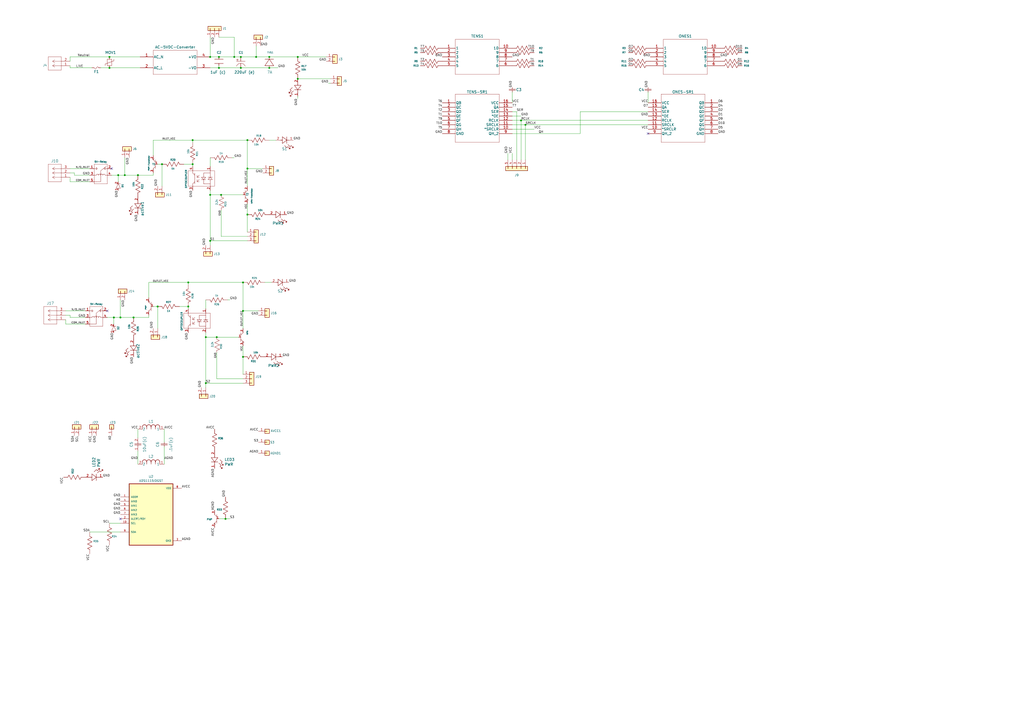
<source format=kicad_sch>
(kicad_sch (version 20231120) (generator "eeschema") (generator_version "8.0")
  (paper "A2")
  (lib_symbols
    (symbol "Connector_Generic:Conn_01x01" (pin_names (offset 1.016) hide)
      (property "Reference" "J" (at 0 2.54 0))
      (property "Value" "Conn_01x01" (at 0 -2.54 0))
      (symbol "Conn_01x01_1_1"
        (pin passive line (at -5.08 0 0) (length 3.81) (name "Pin_1") (number "1"))
      )
    )
    (symbol "Connector_Generic:Conn_01x02" (pin_names (offset 1.016) hide)
      (property "Reference" "J" (at 0 2.54 0))
      (property "Value" "Conn_01x02" (at 0 -5.08 0))
      (symbol "Conn_01x02_1_1"
        (pin passive line (at -5.08 0 0) (length 3.81) (name "Pin_1") (number "1"))
        (pin passive line (at -5.08 -2.54 0) (length 3.81) (name "Pin_2") (number "2"))
      )
    )
    (symbol "Connector_Generic:Conn_01x03" (pin_names (offset 1.016) hide)
      (property "Reference" "J" (at 0 5.08 0))
      (property "Value" "Conn_01x03" (at 0 -5.08 0))
      (symbol "Conn_01x03_1_1"
        (pin passive line (at -5.08 2.54 0) (length 3.81) (name "Pin_1") (number "1"))
        (pin passive line (at -5.08 0 0) (length 3.81) (name "Pin_2") (number "2"))
        (pin passive line (at -5.08 -2.54 0) (length 3.81) (name "Pin_3") (number "3"))
      )
    )
    (symbol "pPSI:.1uF-Ceramic-Capacitor" (pin_numbers hide) (pin_names (offset 1.651) hide)
      (property "Reference" "C" (at 3.81 3.81 0))
      (property "Value" ".1uF-Ceramic-Capacitor" (at 3.048 -3.429 0))
      (symbol ".1uF-Ceramic-Capacitor_1_1"
        (pin unspecified line (at 2.54 0 0) (length 0) (name "1") (number "1"))
        (pin unspecified line (at 5.08 0 180) (length 0) (name "2") (number "2"))
      )
    )
    (symbol "pPSI:100ohm-Resistor" (pin_numbers hide) (pin_names (offset -2.54) hide)
      (property "Reference" "R" (at 5.588 3.302 0))
      (property "Value" "100ohm-Resistor" (at 6.35 -2.54 0))
      (symbol "100ohm-Resistor_1_1"
        (pin unspecified line (at 0 0 0) (length 2.54) (name "1") (number "1"))
        (pin unspecified line (at 12.7 0 180) (length 2.54) (name "2") (number "2"))
      )
    )
    (symbol "pPSI:10kohm-Resistor" (pin_numbers hide) (pin_names (offset -2.54) hide)
      (property "Reference" "R" (at 5.588 3.81 0))
      (property "Value" "10kohm-Resistor" (at 6.731 -2.54 0))
      (symbol "10kohm-Resistor_1_1"
        (pin unspecified line (at 0 0 0) (length 2.54) (name "1") (number "1"))
        (pin unspecified line (at 12.7 0 180) (length 2.54) (name "2") (number "2"))
      )
    )
    (symbol "pPSI:10uF-Ceramic-Capacitor" (pin_names (offset 0.254))
      (property "Reference" "C" (at 3.81 3.81 0))
      (property "Value" "10uF-Ceramic-Capacitor" (at 3.81 -3.81 0))
      (symbol "10uF-Ceramic-Capacitor_1_1"
        (pin unspecified line (at 0 0 0) (length 2.54) (name "") (number "1"))
        (pin unspecified line (at 7.62 0 180) (length 2.54) (name "") (number "2"))
      )
      (symbol "10uF-Ceramic-Capacitor_1_2"
        (pin unspecified line (at 0 0 270) (length 2.54) (name "") (number "1"))
        (pin unspecified line (at 0 -7.62 90) (length 2.54) (name "") (number "2"))
      )
    )
    (symbol "pPSI:1935174" (pin_names (offset 0.254))
      (property "Reference" "J2" (at 13.3985 -1.1236 0))
      (symbol "1935174_1_1"
        (pin unspecified line (at 0 0 0) (length 5.08) (name "") (number "1"))
        (pin unspecified line (at 0 -2.54 0) (length 5.08) (name "") (number "2"))
        (pin unspecified line (at 0 -5.08 0) (length 5.08) (name "") (number "3"))
      )
      (symbol "1935174_1_2"
        (pin unspecified line (at 0 0 0) (length 5.08) (name "1") (number "1"))
        (pin unspecified line (at 0 -2.54 0) (length 5.08) (name "2") (number "2"))
        (pin unspecified line (at 0 -5.08 0) (length 5.08) (name "3") (number "3"))
      )
    )
    (symbol "pPSI:1kohm-Resistor" (pin_numbers hide) (pin_names (offset -2.54) hide)
      (property "Reference" "R" (at 5.715 3.429 0))
      (property "Value" "1kohm-Resistor" (at 6.223 -2.794 0))
      (symbol "1kohm-Resistor_1_1"
        (pin unspecified line (at 0 0 0) (length 2.54) (name "1") (number "1"))
        (pin unspecified line (at 12.7 0 180) (length 2.54) (name "2") (number "2"))
      )
    )
    (symbol "pPSI:1uF-Ceramic-Capacitor" (pin_numbers hide) (pin_names (offset 1.651) hide)
      (property "Reference" "C" (at 4.81 1.27 0))
      (property "Value" "1uF-Ceramic-Capacitor" (at 7.112 -7.62 0))
      (symbol "1uF-Ceramic-Capacitor_1_1"
        (pin unspecified line (at 2.54 -2.54 0) (length 1.27) (name "") (number "1"))
        (pin unspecified line (at 7.62 -2.54 180) (length 1.27) (name "") (number "2"))
      )
    )
    (symbol "pPSI:2-pin-header" (pin_names (offset 1.016) hide)
      (property "Reference" "J" (at 0 2.54 0))
      (property "Value" "2-pin-header" (at 0 -5.08 0))
      (symbol "2-pin-header_1_1"
        (pin passive line (at -5.08 0 0) (length 3.81) (name "Pin_1") (number "1"))
        (pin passive line (at -5.08 -2.54 0) (length 3.81) (name "Pin_2") (number "2"))
      )
    )
    (symbol "pPSI:2-pin-terminal-block" (pin_names (offset 0.254))
      (property "Reference" "J" (at 8.89 3.81 0))
      (property "Value" "terminal block" (at 8.89 -7.62 0))
      (symbol "2-pin-terminal-block_1_1"
        (pin unspecified line (at 0 0 0) (length 5.08) (name "") (number "1"))
        (pin unspecified line (at 0 -2.54 0) (length 5.08) (name "") (number "2"))
      )
      (symbol "2-pin-terminal-block_1_2"
        (pin unspecified line (at 0 0 0) (length 5.08) (name "1") (number "1"))
        (pin unspecified line (at 0 -2.54 0) (length 5.08) (name "2") (number "2"))
      )
    )
    (symbol "pPSI:2.2kohm-Resistor" (pin_numbers hide) (pin_names (offset -2.54) hide)
      (property "Reference" "R" (at 2.032 -7.112 90))
      (property "Value" "2.2kohm-Resistor" (at 8.001 -5.334 90))
      (symbol "2.2kohm-Resistor_1_1"
        (pin unspecified line (at 5.08 -7.62 90) (length 1.27) (name "1") (number "1"))
        (pin unspecified line (at 5.08 1.27 270) (length 1.27) (name "2") (number "2"))
      )
    )
    (symbol "pPSI:220uF-Electrolytic-Capacitor" (pin_numbers hide) (pin_names (offset 1.651) hide)
      (property "Reference" "C" (at 13.97 -3.81 90))
      (property "Value" "220uF-Electrolytic-Capacitor" (at 3.8888 -5.6454 90))
      (symbol "220uF-Electrolytic-Capacitor_1_1"
        (pin unspecified line (at 8.89 0 270) (length 2.54) (name "") (number "1"))
        (pin unspecified line (at 8.89 -6.35 90) (length 2.54) (name "") (number "2"))
      )
    )
    (symbol "pPSI:470V-Varistor" (pin_numbers hide) (pin_names hide)
      (property "Reference" "MOV" (at -2.413 -3.556 90))
      (property "Value" "470V-Varistor" (at 7.62 -2.54 90))
      (symbol "470V-Varistor_1_1"
        (pin unspecified line (at 2.54 -6.35 90) (length 1.27) (name "1") (number "1"))
        (pin unspecified line (at 2.54 0 270) (length 1.27) (name "2") (number "2"))
      )
    )
    (symbol "pPSI:5-pin-header" (pin_names (offset 1.016) hide)
      (property "Reference" "J1" (at 2.032 1.2121 0))
      (property "Value" "5-pin-header" (at 2.032 -1.2121 0))
      (symbol "5-pin-header_1_1"
        (pin passive line (at -5.08 5.08 0) (length 3.81) (name "Pin_1") (number "1"))
        (pin passive line (at -5.08 2.54 0) (length 3.81) (name "Pin_2") (number "2"))
        (pin passive line (at -5.08 0 0) (length 3.81) (name "Pin_3") (number "3"))
        (pin passive line (at -5.08 -2.54 0) (length 3.81) (name "Pin_4") (number "4"))
        (pin passive line (at -5.08 -5.08 0) (length 3.81) (name "Pin_5") (number "5"))
      )
    )
    (symbol "pPSI:5V-Relay" (pin_names (offset 0.254))
      (property "Value" "5V-Relay" (at 11.43 -10.16 0))
      (symbol "5V-Relay_1_1"
        (pin unspecified line (at 5.08 0 0) (length 2.54) (name "~") (number "1"))
        (pin unspecified line (at 17.78 0 180) (length 2.54) (name "~") (number "2"))
        (pin unspecified line (at 5.08 -3.81 0) (length 2.54) (name "") (number "3"))
        (pin unspecified line (at 17.78 -3.81 180) (length 2.54) (name "~") (number "4"))
        (pin unspecified line (at 5.08 -7.62 0) (length 2.54) (name "~") (number "5"))
      )
    )
    (symbol "pPSI:7-Segment-Display" (pin_names (offset 0.254))
      (property "Value" "7-Segment-Display" (at 20.32 6.35 0))
      (symbol "7-Segment-Display_1_1"
        (pin unspecified line (at 0 0 0) (length 7.62) (name "1") (number "1"))
        (pin unspecified line (at 40.64 0 180) (length 7.62) (name "10") (number "10"))
        (pin unspecified line (at 0 -2.54 0) (length 7.62) (name "2") (number "2"))
        (pin unspecified line (at 0 -5.08 0) (length 7.62) (name "3") (number "3"))
        (pin unspecified line (at 0 -7.62 0) (length 7.62) (name "4") (number "4"))
        (pin unspecified line (at 0 -10.16 0) (length 7.62) (name "5") (number "5"))
        (pin unspecified line (at 40.64 -10.16 180) (length 7.62) (name "6") (number "6"))
        (pin unspecified line (at 40.64 -7.62 180) (length 7.62) (name "7") (number "7"))
        (pin unspecified line (at 40.64 -5.08 180) (length 7.62) (name "8") (number "8"))
        (pin unspecified line (at 40.64 -2.54 180) (length 7.62) (name "9") (number "9"))
      )
    )
    (symbol "pPSI:7A-TVS-DIODE" (pin_numbers hide) (pin_names (offset -1.651) hide)
      (property "Reference" "TVS" (at 0 -2.794 90))
      (property "Value" "7A-TVS-DIODE" (at 7.493 -2.921 90))
      (symbol "7A-TVS-DIODE_1_1"
        (pin unspecified line (at 3.81 0 270) (length 1.27) (name "") (number "1"))
        (pin unspecified line (at 3.81 -6.35 90) (length 1.27) (name "") (number "2"))
      )
    )
    (symbol "pPSI:8bit-Shift-Register" (pin_names (offset 0.254))
      (property "Value" "8bit-Shift-Register" (at 20.32 6.35 0))
      (symbol "8bit-Shift-Register_1_1"
        (pin output line (at 0 0 0) (length 7.62) (name "QB") (number "1"))
        (pin input line (at 40.64 -15.24 180) (length 7.62) (name "*SRCLR") (number "10"))
        (pin input line (at 40.64 -12.7 180) (length 7.62) (name "SRCLK") (number "11"))
        (pin input line (at 40.64 -10.16 180) (length 7.62) (name "RCLK") (number "12"))
        (pin input line (at 40.64 -7.62 180) (length 7.62) (name "*OE") (number "13"))
        (pin input line (at 40.64 -5.08 180) (length 7.62) (name "SER") (number "14"))
        (pin output line (at 40.64 -2.54 180) (length 7.62) (name "QA") (number "15"))
        (pin power_in line (at 40.64 0 180) (length 7.62) (name "VCC") (number "16"))
        (pin output line (at 0 -2.54 0) (length 7.62) (name "QC") (number "2"))
        (pin output line (at 0 -5.08 0) (length 7.62) (name "QD") (number "3"))
        (pin output line (at 0 -7.62 0) (length 7.62) (name "QE") (number "4"))
        (pin output line (at 0 -10.16 0) (length 7.62) (name "QF") (number "5"))
        (pin output line (at 0 -12.7 0) (length 7.62) (name "QG") (number "6"))
        (pin output line (at 0 -15.24 0) (length 7.62) (name "QH") (number "7"))
        (pin power_in line (at 0 -17.78 0) (length 7.62) (name "GND") (number "8"))
        (pin output line (at 40.64 -17.78 180) (length 7.62) (name "QH_2") (number "9"))
      )
    )
    (symbol "pPSI:AC-5VDC-Converter" (pin_names (offset 0.254))
      (property "Value" "AC-5VDC-Converter" (at 20.32 6.9409 0))
      (symbol "AC-5VDC-Converter_1_1"
        (pin unspecified line (at 0 1.27 0) (length 7.62) (name "AC_N") (number "1"))
        (pin unspecified line (at 0 -5.08 0) (length 7.62) (name "AC_L") (number "2"))
        (pin power_in line (at 40.64 -5.08 180) (length 7.62) (name "-VO") (number "3"))
        (pin power_in line (at 40.64 1.27 180) (length 7.62) (name "+VO") (number "4"))
      )
    )
    (symbol "pPSI:ADS1115IDGST" (pin_names (offset 1.016))
      (property "Reference" "U" (at -12.7 18.78 0))
      (property "Value" "ADS1115IDGST" (at -12.7 -21.78 0))
      (symbol "ADS1115IDGST_0_0"
        (pin input line (at -17.78 10.16 0) (length 5.08) (name "ADDR") (number "1"))
        (pin input line (at -17.78 -5.08 0) (length 5.08) (name "SCL") (number "10"))
        (pin input line (at -17.78 -2.54 0) (length 5.08) (name "ALERT/RDY") (number "2"))
        (pin power_in line (at 17.78 -15.24 180) (length 5.08) (name "GND") (number "3"))
        (pin input line (at -17.78 7.62 0) (length 5.08) (name "AIN0") (number "4"))
        (pin input line (at -17.78 5.08 0) (length 5.08) (name "AIN1") (number "5"))
        (pin input line (at -17.78 2.54 0) (length 5.08) (name "AIN2") (number "6"))
        (pin input line (at -17.78 0 0) (length 5.08) (name "AIN3") (number "7"))
        (pin power_in line (at 17.78 15.24 180) (length 5.08) (name "VDD") (number "8"))
        (pin bidirectional line (at -17.78 -10.16 0) (length 5.08) (name "SDA") (number "9"))
      )
    )
    (symbol "pPSI:FUSE" (pin_numbers hide) (pin_names hide)
      (property "Reference" "F" (at 0.635 -4.04 90))
      (property "Value" "FUSE" (at 6.35 -2.54 90))
      (symbol "FUSE_1_1"
        (pin unspecified line (at 3.81 -5.08 90) (length 1.27) (name "1") (number "1"))
        (pin unspecified line (at 3.81 0 270) (length 1.27) (name "2") (number "2"))
      )
    )
    (symbol "pPSI:Ferrite-Bead" (pin_names (offset 0.254))
      (property "Reference" "L1" (at 7.62 7.2917 0))
      (property "Value" "Ferrite-Bead" (at 7.62 4.4589 0))
      (symbol "Ferrite-Bead_1_1"
        (pin unspecified line (at 15.24 0 180) (length 2.54) (name "1") (number "1"))
        (pin unspecified line (at 0 0 0) (length 2.54) (name "2") (number "2"))
      )
      (symbol "Ferrite-Bead_1_2"
        (pin unspecified line (at 0 15.24 270) (length 2.54) (name "1") (number "1"))
        (pin unspecified line (at 0 0 90) (length 2.54) (name "2") (number "2"))
      )
    )
    (symbol "pPSI:NPN-Transistor" (pin_names (offset 1.016))
      (property "Reference" "T" (at 5.08 -22.86 0))
      (property "Value" "NPN-Transistor" (at 6.477 -31.75 0))
      (symbol "NPN-Transistor_1_1"
        (pin input line (at 2.54 -22.86 0) (length 1.27) (name "") (number "1"))
        (pin output line (at 5.08 -27.94 90) (length 2.54) (name "") (number "2"))
        (pin output line (at 5.08 -17.78 270) (length 2.54) (name "") (number "3"))
      )
    )
    (symbol "pPSI:OPTOCOUPLER" (pin_names (offset 0))
      (property "Reference" "Q" (at 24.13 3.81 0))
      (property "Value" "OPTOCOUPLER" (at 24.13 -12.7 0))
      (symbol "OPTOCOUPLER_1_1"
        (pin unspecified line (at 19.05 3.81 270) (length 2.54) (name "~") (number "1"))
        (pin unspecified line (at 19.05 -10.16 90) (length 2.54) (name "~") (number "2"))
        (pin unspecified line (at 29.21 -10.16 90) (length 2.54) (name "") (number "3"))
        (pin unspecified line (at 29.21 3.81 270) (length 2.54) (name "") (number "4"))
      )
    )
    (symbol "pPSI:PNP-Transistor" (pin_names (offset 1.016))
      (property "Reference" "T" (at 26.67 -2.54 0))
      (property "Value" "PNP-Transistor" (at 26.67 -12.7 0))
      (symbol "PNP-Transistor_1_1"
        (pin input line (at 24.13 -2.54 0) (length 1.27) (name "") (number "1"))
        (pin output line (at 26.67 2.54 270) (length 2.54) (name "") (number "2"))
        (pin output line (at 26.67 -7.62 90) (length 2.54) (name "") (number "3"))
      )
    )
    (symbol "pPSI:Small-Signal-Diode" (pin_names (offset 0.254))
      (property "Reference" "D" (at 16.51 15.24 0))
      (property "Value" "Small-Signal-Diode" (at 16.51 7.62 0))
      (symbol "Small-Signal-Diode_1_1"
        (pin unspecified line (at 13.97 12.7 0) (length 1.27) (name "~") (number "1"))
        (pin unspecified line (at 19.05 12.7 180) (length 1.27) (name "~") (number "2"))
      )
    )
    (symbol "pPSI:green led" (pin_names (offset 0.254))
      (property "Reference" "LED" (at 5.08 -4.445 0))
      (property "Value" "green led" (at 5.08 -7.62 0))
      (symbol "green led_0_1"
        (pin unspecified line (at 10.16 0 180) (length 2.54) (name "") (number "1"))
        (pin unspecified line (at 0 0 0) (length 2.54) (name "") (number "2"))
      )
    )
    (symbol "pPSI:red led" (pin_names (offset 0.254))
      (property "Reference" "LED" (at 5.08 -4.445 0))
      (property "Value" "red led" (at 5.08 -7.62 0))
      (symbol "red led_0_1"
        (pin unspecified line (at 10.16 0 180) (length 2.54) (name "") (number "1"))
        (pin unspecified line (at 0 0 0) (length 2.54) (name "") (number "2"))
      )
    )
  )
  (junction (at 140.97 163.83))
  (junction (at 63.5 33.02))
  (junction (at 156.21 39.37))
  (junction (at 121.92 33.02))
  (junction (at 127 33.02))
  (junction (at 111.76 81.28))
  (junction (at 121.92 113.03))
  (junction (at 125.73 195.58))
  (junction (at 304.8 72.39))
  (junction (at 111.76 95.25))
  (junction (at 143.51 81.28))
  (junction (at 140.97 180.34))
  (junction (at 140.97 207.01))
  (junction (at 109.22 177.8))
  (junction (at 139.7 39.37))
  (junction (at 119.38 195.58))
  (junction (at 135.89 33.02))
  (junction (at 72.39 101.6))
  (junction (at 69.85 184.15))
  (junction (at 77.47 184.15))
  (junction (at 119.38 222.25))
  (junction (at 148.59 33.02))
  (junction (at 68.58 101.6))
  (junction (at 66.04 184.15))
  (junction (at 139.7 33.02))
  (junction (at 143.51 124.46))
  (junction (at 156.21 33.02))
  (junction (at 63.5 39.37))
  (junction (at 109.22 163.83))
  (junction (at 143.51 97.79))
  (junction (at 91.44 177.8))
  (junction (at 302.26 69.85))
  (junction (at 172.72 45.72))
  (junction (at 80.01 101.6))
  (junction (at 127 39.37))
  (junction (at 93.98 95.25))
  (junction (at 172.72 33.02))
  (junction (at 121.92 139.7))
  (junction (at 128.27 113.03))
  (junction (at 130.81 300.99))
  (no_connect (at 64.77 97.79))
  (no_connect (at 69.85 300.99))
  (no_connect (at 62.23 180.34))
  (no_connect (at 375.92 77.47))
  (wire (pts (xy 299.72 64.77) (xy 297.18 64.77)))
  (wire (pts (xy 143.51 118.11) (xy 143.51 124.46)))
  (wire (pts (xy 121.92 91.44) (xy 121.92 96.52)))
  (wire (pts (xy 95.25 248.92) (xy 95.25 256.54)))
  (wire (pts (xy 297.18 67.31) (xy 302.26 67.31)))
  (wire (pts (xy 69.85 184.15) (xy 66.04 184.15)))
  (wire (pts (xy 121.92 33.02) (xy 127 33.02)))
  (wire (pts (xy 156.21 33.02) (xy 172.72 33.02)))
  (wire (pts (xy 40.64 39.37) (xy 40.64 38.1)))
  (wire (pts (xy 148.59 33.02) (xy 156.21 33.02)))
  (wire (pts (xy 143.51 81.28) (xy 143.51 97.79)))
  (wire (pts (xy 64.77 101.6) (xy 68.58 101.6)))
  (wire (pts (xy 140.97 207.01) (xy 140.97 217.17)))
  (wire (pts (xy 130.81 300.99) (xy 127 300.99)))
  (wire (pts (xy 111.76 95.25) (xy 111.76 96.52)))
  (wire (pts (xy 38.1 185.42) (xy 38.1 187.96)))
  (wire (pts (xy 111.76 81.28) (xy 143.51 81.28)))
  (wire (pts (xy 88.9 81.28) (xy 111.76 81.28)))
  (wire (pts (xy 121.92 113.03) (xy 121.92 139.7)))
  (wire (pts (xy 93.98 95.25) (xy 93.98 107.95)))
  (wire (pts (xy 140.97 200.66) (xy 140.97 207.01)))
  (wire (pts (xy 152.4 97.79) (xy 143.51 97.79)))
  (wire (pts (xy 63.5 33.02) (xy 81.28 33.02)))
  (wire (pts (xy 104.14 177.8) (xy 109.22 177.8)))
  (wire (pts (xy 121.92 39.37) (xy 127 39.37)))
  (wire (pts (xy 38.1 180.34) (xy 49.53 180.34)))
  (wire (pts (xy 125.73 219.71) (xy 125.73 204.47)))
  (wire (pts (xy 297.18 69.85) (xy 302.26 69.85)))
  (wire (pts (xy 127 21.59) (xy 135.89 21.59)))
  (wire (pts (xy 38.1 187.96) (xy 49.53 187.96)))
  (wire (pts (xy 304.8 72.39) (xy 375.92 72.39)))
  (wire (pts (xy 58.42 39.37) (xy 63.5 39.37)))
  (wire (pts (xy 43.18 100.33) (xy 40.64 100.33)))
  (wire (pts (xy 148.59 26.67) (xy 148.59 33.02)))
  (wire (pts (xy 125.73 195.58) (xy 119.38 195.58)))
  (wire (pts (xy 111.76 82.55) (xy 111.76 81.28)))
  (wire (pts (xy 135.89 21.59) (xy 135.89 33.02)))
  (wire (pts (xy 140.97 113.03) (xy 128.27 113.03)))
  (wire (pts (xy 77.47 184.15) (xy 86.36 184.15)))
  (wire (pts (xy 80.01 248.92) (xy 80.01 254)))
  (wire (pts (xy 119.38 222.25) (xy 119.38 224.79)))
  (wire (pts (xy 40.64 33.02) (xy 63.5 33.02)))
  (wire (pts (xy 40.64 182.88) (xy 38.1 182.88)))
  (wire (pts (xy 133.35 300.99) (xy 130.81 300.99)))
  (wire (pts (xy 40.64 102.87) (xy 40.64 105.41)))
  (wire (pts (xy 91.44 177.8) (xy 91.44 190.5)))
  (wire (pts (xy 121.92 139.7) (xy 121.92 142.24)))
  (wire (pts (xy 88.9 81.28) (xy 88.9 90.17)))
  (wire (pts (xy 119.38 195.58) (xy 119.38 222.25)))
  (wire (pts (xy 40.64 184.15) (xy 49.53 184.15)))
  (wire (pts (xy 69.85 308.61) (xy 52.07 308.61)))
  (wire (pts (xy 139.7 33.02) (xy 148.59 33.02)))
  (wire (pts (xy 127 33.02) (xy 135.89 33.02)))
  (wire (pts (xy 43.18 101.6) (xy 52.07 101.6)))
  (wire (pts (xy 133.35 173.99) (xy 132.08 173.99)))
  (wire (pts (xy 299.72 64.77) (xy 299.72 92.71)))
  (wire (pts (xy 109.22 163.83) (xy 140.97 163.83)))
  (wire (pts (xy 297.18 72.39) (xy 304.8 72.39)))
  (wire (pts (xy 72.39 101.6) (xy 80.01 101.6)))
  (wire (pts (xy 140.97 180.34) (xy 140.97 190.5)))
  (wire (pts (xy 125.73 219.71) (xy 140.97 219.71)))
  (wire (pts (xy 121.92 139.7) (xy 143.51 139.7)))
  (wire (pts (xy 127 39.37) (xy 139.7 39.37)))
  (wire (pts (xy 109.22 177.8) (xy 109.22 179.07)))
  (wire (pts (xy 191.77 48.26) (xy 190.5 48.26)))
  (wire (pts (xy 149.86 180.34) (xy 140.97 180.34)))
  (wire (pts (xy 128.27 137.16) (xy 128.27 121.92)))
  (wire (pts (xy 40.64 35.56) (xy 40.64 33.02)))
  (wire (pts (xy 153.67 163.83) (xy 157.48 163.83)))
  (wire (pts (xy 40.64 105.41) (xy 52.07 105.41)))
  (wire (pts (xy 43.18 101.6) (xy 43.18 100.33)))
  (wire (pts (xy 80.01 261.62) (xy 80.01 269.24)))
  (wire (pts (xy 88.9 177.8) (xy 91.44 177.8)))
  (wire (pts (xy 119.38 222.25) (xy 140.97 222.25)))
  (wire (pts (xy 128.27 137.16) (xy 143.51 137.16)))
  (wire (pts (xy 302.26 69.85) (xy 302.26 92.71)))
  (wire (pts (xy 91.44 95.25) (xy 93.98 95.25)))
  (wire (pts (xy 62.23 184.15) (xy 66.04 184.15)))
  (wire (pts (xy 86.36 163.83) (xy 109.22 163.83)))
  (wire (pts (xy 40.64 184.15) (xy 40.64 182.88)))
  (wire (pts (xy 138.43 195.58) (xy 125.73 195.58)))
  (wire (pts (xy 294.64 88.9) (xy 294.64 92.71)))
  (wire (pts (xy 80.01 101.6) (xy 88.9 101.6)))
  (wire (pts (xy 40.64 97.79) (xy 52.07 97.79)))
  (wire (pts (xy 119.38 173.99) (xy 119.38 179.07)))
  (wire (pts (xy 139.7 39.37) (xy 156.21 39.37)))
  (wire (pts (xy 297.18 74.93) (xy 309.88 74.93)))
  (wire (pts (xy 191.77 45.72) (xy 172.72 45.72)))
  (wire (pts (xy 156.21 39.37) (xy 161.29 39.37)))
  (wire (pts (xy 172.72 33.02) (xy 189.23 33.02)))
  (wire (pts (xy 143.51 124.46) (xy 143.51 134.62)))
  (wire (pts (xy 63.5 39.37) (xy 81.28 39.37)))
  (wire (pts (xy 68.58 101.6) (xy 68.58 105.41)))
  (wire (pts (xy 172.72 57.15) (xy 172.72 55.88)))
  (wire (pts (xy 127 38.1) (xy 127 39.37)))
  (wire (pts (xy 40.64 39.37) (xy 53.34 39.37)))
  (wire (pts (xy 86.36 163.83) (xy 86.36 172.72)))
  (wire (pts (xy 135.89 33.02) (xy 139.7 33.02)))
  (wire (pts (xy 121.92 21.59) (xy 121.92 33.02)))
  (wire (pts (xy 95.25 259.08) (xy 95.25 269.24)))
  (wire (pts (xy 109.22 165.1) (xy 109.22 163.83)))
  (wire (pts (xy 297.18 88.9) (xy 297.18 92.71)))
  (wire (pts (xy 336.55 64.77) (xy 375.92 64.77)))
  (wire (pts (xy 106.68 95.25) (xy 111.76 95.25)))
  (wire (pts (xy 304.8 72.39) (xy 304.8 92.71)))
  (wire (pts (xy 88.9 100.33) (xy 88.9 101.6)))
  (wire (pts (xy 156.21 81.28) (xy 160.02 81.28)))
  (wire (pts (xy 69.85 303.53) (xy 63.5 303.53)))
  (wire (pts (xy 140.97 163.83) (xy 140.97 180.34)))
  (wire (pts (xy 69.85 173.99) (xy 69.85 184.15)))
  (wire (pts (xy 297.18 53.34) (xy 297.18 59.69)))
  (wire (pts (xy 302.26 69.85) (xy 375.92 69.85)))
  (wire (pts (xy 135.89 91.44) (xy 134.62 91.44)))
  (wire (pts (xy 86.36 182.88) (xy 86.36 184.15)))
  (wire (pts (xy 69.85 184.15) (xy 77.47 184.15)))
  (wire (pts (xy 375.92 53.34) (xy 375.92 59.69)))
  (wire (pts (xy 143.51 97.79) (xy 143.51 107.95)))
  (wire (pts (xy 336.55 77.47) (xy 336.55 64.77)))
  (wire (pts (xy 72.39 91.44) (xy 72.39 101.6)))
  (wire (pts (xy 297.18 77.47) (xy 336.55 77.47)))
  (wire (pts (xy 72.39 101.6) (xy 68.58 101.6)))
  (wire (pts (xy 128.27 113.03) (xy 121.92 113.03)))
  (wire (pts (xy 66.04 184.15) (xy 66.04 187.96)))
  (wire (pts (xy 121.92 113.03) (xy 121.92 110.49)))
  (wire (pts (xy 119.38 195.58) (xy 119.38 193.04)))
  (label "GND" (at 128.27 121.92 270) (effects (font (size 1 1))))
  (label "O1" (at 430.53 35.56 180))
  (label "GND" (at 152.4 100.33 180))
  (label "SER" (at 299.72 64.77 0))
  (label "SRCLK" (at 304.8 72.39 0))
  (label "AGND" (at 105.41 313.69 0))
  (label "AGND" (at 124.46 295.91 90))
  (label "VCC" (at 53.34 252.73 270))
  (label "GND" (at 125.73 204.47 270) (effects (font (size 1 1))))
  (label "VCC" (at 140.97 200.66 270) (effects (font (size 1 1))))
  (label "O5" (at 416.56 74.93 0))
  (label "T10" (at 309.88 27.94 180))
  (label "GND" (at 170.18 81.28 0))
  (label "LIVE" (at 48.26 39.37 180))
  (label "AGND" (at 149.86 262.89 180))
  (label "T5" (at 256.54 74.93 180))
  (label "T1" (at 309.88 35.56 180))
  (label "GND" (at 133.35 173.99 0))
  (label "GND" (at 119.38 142.24 90))
  (label "S3" (at 149.86 256.54 180))
  (label "AVCC" (at 124.46 248.92 180))
  (label "VCC" (at 375.92 74.93 180))
  (label "GND" (at 377.19 33.02 180))
  (label "GND" (at 69.85 288.29 180))
  (label "GND" (at 80.01 266.7 180))
  (label "GND" (at 130.81 288.29 90))
  (label "GND" (at 302.26 67.31 0))
  (label "T9" (at 309.88 30.48 180))
  (label "GND" (at 55.88 252.73 270))
  (label "RCLK" (at 302.26 69.85 0))
  (label "GND" (at 190.5 48.26 180))
  (label "SDA" (at 43.18 252.73 270))
  (label "VCC" (at 297.18 59.69 0))
  (label "AGND" (at 124.46 271.78 270))
  (label "GND" (at 416.56 77.47 0))
  (label "T9" (at 256.54 69.85 180))
  (label "GND" (at 69.85 295.91 180))
  (label "T2" (at 243.84 35.56 0))
  (label "OUTLET_VCC" (at 97.79 163.83 180) (effects (font (size 1 1))))
  (label "GND" (at 91.44 107.95 90))
  (label "COM_INLET" (at 52.07 105.41 180) (effects (font (size 1 1))))
  (label "GND" (at 149.86 182.88 180))
  (label "T7" (at 243.84 27.94 0))
  (label "VCC" (at 175.26 33.02 0))
  (label "GND" (at 417.83 33.02 0))
  (label "T4" (at 256.54 62.23 180))
  (label "GND" (at 52.07 101.6 180))
  (label "T7" (at 297.18 62.23 0))
  (label "GND" (at 172.72 57.15 270))
  (label "GND" (at 297.18 50.8 90))
  (label "AVCC" (at 105.41 283.21 0))
  (label "A0" (at 69.85 290.83 180))
  (label "VCC" (at 63.5 316.23 270))
  (label "S1" (at 121.92 139.7 0))
  (label "O2" (at 364.49 35.56 0))
  (label "SCL" (at 45.72 252.73 270))
  (label "GND" (at 189.23 35.56 180))
  (label "GND" (at 69.85 298.45 180))
  (label "GND" (at 74.93 91.44 270))
  (label "GND" (at 68.58 110.49 270))
  (label "GND" (at 166.37 124.46 0))
  (label "GND" (at 135.89 91.44 0))
  (label "COM_INLET" (at 49.53 187.96 180) (effects (font (size 1 1))))
  (label "GND" (at 375.92 50.8 90))
  (label "N{slash}O_INLET" (at 49.53 180.34 180) (effects (font (size 1 1))))
  (label "O6" (at 416.56 59.69 0))
  (label "GND" (at 256.54 33.02 180))
  (label "VCC" (at 297.18 88.9 90))
  (label "GND" (at 109.22 193.04 270))
  (label "VCC" (at 309.88 74.93 0))
  (label "O9" (at 430.53 30.48 180))
  (label "GND" (at 49.53 184.15 180))
  (label "GND" (at 77.47 207.01 270))
  (label "OUTLET_VCC" (at 140.97 189.23 90) (effects (font (size 1 1))))
  (label "T6" (at 309.88 38.1 180))
  (label "GND" (at 66.04 193.04 270))
  (label "T2" (at 256.54 64.77 180))
  (label "AVCC" (at 95.25 248.92 0))
  (label "T6" (at 256.54 59.69 180))
  (label "QH" (at 312.42 77.47 0))
  (label "O4" (at 364.49 38.1 0))
  (label "GND" (at 111.76 110.49 270))
  (label "GND" (at 297.18 33.02 0))
  (label "GND" (at 59.69 276.86 0))
  (label "VCC" (at 375.92 59.69 180))
  (label "O7" (at 375.92 62.23 180))
  (label "A0" (at 64.77 252.73 270))
  (label "GND" (at 80.01 124.46 270))
  (label "O10" (at 416.56 72.39 0))
  (label "GND" (at 88.9 190.5 90))
  (label "T1" (at 256.54 67.31 180))
  (label "O5" (at 364.49 30.48 0))
  (label "GND" (at 69.85 293.37 180))
  (label "AGND" (at 95.25 266.7 0))
  (label "O1" (at 416.56 67.31 0))
  (label "O6" (at 430.53 38.1 180))
  (label "O10" (at 430.53 27.94 180))
  (label "GND" (at 151.13 26.67 0))
  (label "AVCC" (at 124.46 306.07 270))
  (label "GND" (at 161.29 39.37 0))
  (label "VCC" (at 52.07 321.31 270))
  (label "S2" (at 119.38 222.25 0))
  (label "GND" (at 256.54 77.47 180))
  (label "GND" (at 167.64 163.83 0))
  (label "VCC" (at 80.01 248.92 180))
  (label "GND" (at 72.39 173.99 270))
  (label "O7" (at 364.49 27.94 0))
  (label "SCL" (at 63.5 303.53 180))
  (label "VCC" (at 143.51 118.11 270) (effects (font (size 1 1))))
  (label "SDA" (at 52.07 308.61 180))
  (label "N{slash}O_INLET" (at 52.07 97.79 180) (effects (font (size 1 1))))
  (label "INLET_VCC" (at 93.98 81.28 0) (effects (font (size 1 1))))
  (label "T5" (at 243.84 30.48 0))
  (label "Neutral" (at 52.07 33.02 180))
  (label "INLET_VCC" (at 143.51 106.68 90) (effects (font (size 1 1))))
  (label "S3" (at 133.35 300.99 0))
  (label "O2" (at 416.56 64.77 0))
  (label "AVCC" (at 149.86 250.19 180))
  (label "GND" (at 294.64 88.9 90))
  (label "GND" (at 375.92 67.31 180))
  (label "VCC" (at 36.83 276.86 270))
  (label "GND" (at 116.84 224.79 90))
  (label "GND" (at 163.83 207.01 0))
  (label "O9" (at 416.56 69.85 0))
  (label "T4" (at 243.84 38.1 0))
  (label "GND" (at 124.46 21.59 270))
  (label "O4" (at 416.56 62.23 0))
  (label "T10" (at 256.54 72.39 180))
  (symbol (lib_id "pPSI:red led") (at 80.01 114.3 90) (mirror x) (unit 1)
    (property "Reference" "active1" (at 82.55 116.84 0) (effects (font (size 1.524 1.524)) (justify left)))
    (property "Value" "red led" (effects (hide yes)))
    (property "Footprint" "pPSI:red LED" (effects (hide yes)))
    (property "Datasheet" "red led" (effects (hide yes)))
  )
  (symbol (lib_id "pPSI:NPN-Transistor") (at 135.89 218.44 0) (mirror x) (unit 1)
    (property "Reference" "T4" (effects (hide yes)))
    (property "Value" "NPN" (at 143.51 191.77 90) (effects (font (size 0.75 0.75)) (justify left)))
    (property "Footprint" "pPSI:NPN Transistor" (effects (hide yes)))
  )
  (symbol (lib_id "pPSI:red led") (at 77.47 196.85 90) (mirror x) (unit 1)
    (property "Reference" "active2" (at 80.01 199.39 0) (effects (font (size 1.524 1.524)) (justify left)))
    (property "Value" "red led" (effects (hide yes)))
    (property "Footprint" "pPSI:red LED" (effects (hide yes)))
    (property "Datasheet" "red led" (effects (hide yes)))
  )
  (symbol (lib_id "pPSI:100ohm-Resistor") (at 364.49 30.48 0) (unit 1)
    (property "Reference" "R7" (at 361.95 30.48 0) (effects (font (size 1 1))))
    (property "Value" "100ohm-Resistor" (effects (hide yes)))
    (property "Footprint" "pPSI:100ohm resistor" (effects (hide yes)))
  )
  (symbol (lib_id "pPSI:10uF-Ceramic-Capacitor") (at 80.01 261.62 90) (unit 1)
    (property "Reference" "C5" (at 76.2 257.81 0) (effects (font (size 1.524 1.524))))
    (property "Value" "10uF(c)" (at 83.82 257.81 0) (effects (font (size 1.524 1.524))))
    (property "Footprint" "pPSI:10uF Ceramic Capacitor" (effects (hide yes)))
    (property "Datasheet" "C0805C106K9PACTU" (effects (hide yes)))
  )
  (symbol (lib_id "pPSI:100ohm-Resistor") (at 243.84 30.48 0) (unit 1)
    (property "Reference" "R5" (at 241.3 30.48 0) (effects (font (size 1 1))))
    (property "Value" "100ohm-Resistor" (effects (hide yes)))
    (property "Footprint" "pPSI:100ohm resistor" (effects (hide yes)))
  )
  (symbol (lib_id "pPSI:7-Segment-Display") (at 377.19 27.94 0) (unit 1)
    (property "Reference" "ONES1" (at 397.51 20.9991 0) (effects (font (size 1.524 1.524))))
    (property "Value" "7-Segment-Display" (effects (hide yes)))
    (property "Footprint" "pPSI:7 segment display" (effects (hide yes)))
  )
  (symbol (lib_id "Connector_Generic:Conn_01x01") (at 154.94 250.19 0) (unit 1)
    (property "Reference" "AVCC1" (at 163.068 249.936 0) (effects (justify right)))
    (property "Value" "Conn_01x01" (effects (hide yes)))
    (property "Footprint" "pPSI:1 pin header" (effects (hide yes)))
  )
  (symbol (lib_id "Connector_Generic:Conn_01x02") (at 154.94 180.34 0) (unit 1)
    (property "Reference" "J16" (at 156.972 181.61 0) (effects (justify left)))
    (property "Value" "Conn_01x02" (effects (hide yes)))
    (property "Footprint" "pPSI:2 pin header" (effects (hide yes)))
  )
  (symbol (lib_id "Connector_Generic:Conn_01x02") (at 157.48 97.79 0) (unit 1)
    (property "Reference" "J8" (at 159.512 99.06 0) (effects (justify left)))
    (property "Value" "Conn_01x02" (effects (hide yes)))
    (property "Footprint" "pPSI:2 pin header" (effects (hide yes)))
  )
  (symbol (lib_id "pPSI:OPTOCOUPLER") (at 140.97 100.33 0) (mirror y) (unit 1)
    (property "Reference" "Q1" (effects (hide yes)))
    (property "Value" "OPTOCOUPLER" (at 107.95 109.22 90) (effects (font (size 1 1)) (justify left)))
    (property "Footprint" "pPSI:optocoupler" (effects (hide yes)))
  )
  (symbol (lib_id "pPSI:10kohm-Resistor") (at 49.53 276.86 180) (unit 1)
    (property "Reference" "R32" (at 42.1851 274.8534 90) (effects (font (size 1 1)) (justify right)))
    (property "Value" "10k" (effects (hide yes)))
    (property "Footprint" "pPSI:10kohm resistor" (effects (hide yes)))
  )
  (symbol (lib_id "pPSI:10kohm-Resistor") (at 130.81 288.29 270) (unit 1)
    (property "Reference" "R33" (at 128.8034 295.6349 90) (effects (font (size 1 1)) (justify right)))
    (property "Value" "10k" (effects (hide yes)))
    (property "Footprint" "pPSI:10kohm resistor" (effects (hide yes)))
  )
  (symbol (lib_id "Connector_Generic:Conn_01x01") (at 64.77 247.65 90) (unit 1)
    (property "Reference" "J23" (at 63.5 245.11 90) (effects (justify right)))
    (property "Value" "Conn_01x01" (effects (hide yes)))
    (property "Footprint" "pPSI:1 pin header" (effects (hide yes)))
  )
  (symbol (lib_id "pPSI:OPTOCOUPLER") (at 138.43 182.88 0) (mirror y) (unit 1)
    (property "Reference" "Q2" (effects (hide yes)))
    (property "Value" "OPTOCOUPLER" (at 105.41 191.77 90) (effects (font (size 1 1)) (justify left)))
    (property "Footprint" "pPSI:optocoupler" (effects (hide yes)))
  )
  (symbol (lib_id "pPSI:10kohm-Resistor") (at 77.47 196.85 270) (mirror x) (unit 1)
    (property "Reference" "R29" (at 80.01 189.23 0) (effects (font (size 1 1)) (justify right)))
    (property "Value" "10k" (at 74.93 187.96 0) (effects (font (size 1 1)) (justify right)))
    (property "Footprint" "pPSI:10kohm resistor" (effects (hide yes)))
  )
  (symbol (lib_id "pPSI:100ohm-Resistor") (at 364.49 27.94 0) (unit 1)
    (property "Reference" "R3" (at 361.95 27.94 0) (effects (font (size 1 1))))
    (property "Value" "100ohm-Resistor" (effects (hide yes)))
    (property "Footprint" "pPSI:100ohm resistor" (effects (hide yes)))
  )
  (symbol (lib_id "pPSI:100ohm-Resistor") (at 243.84 38.1 0) (unit 1)
    (property "Reference" "R13" (at 241.3 38.1 0) (effects (font (size 1 1))))
    (property "Value" "100ohm-Resistor" (effects (hide yes)))
    (property "Footprint" "pPSI:100ohm resistor" (effects (hide yes)))
  )
  (symbol (lib_id "pPSI:PNP-Transistor") (at 115.57 92.71 0) (mirror y) (unit 1)
    (property "Reference" "T1" (at 90.17 95.25 0) (effects (font (size 1 1)) (justify left)))
    (property "Value" "PNP-Transistor" (at 86.36 99.06 90) (effects (font (size 0.75 0.75)) (justify left)))
    (property "Footprint" "pPSI:PNP Transistor" (effects (hide yes)))
  )
  (symbol (lib_id "Connector_Generic:Conn_01x03") (at 148.59 137.16 0) (unit 1)
    (property "Reference" "J12" (at 150.622 135.9479 0) (effects (justify left)))
    (property "Value" "Conn_01x03" (effects (hide yes)))
    (property "Footprint" "pPSI:3 pin header" (effects (hide yes)))
  )
  (symbol (lib_id "pPSI:green led") (at 124.46 261.62 270) (unit 1)
    (property "Reference" "LED3" (at 130.2766 266.5536 90) (effects (font (size 1.524 1.524)) (justify left)))
    (property "Value" "PWR" (at 130.2766 269.3864 90) (effects (font (size 1.524 1.524)) (justify left)))
    (property "Footprint" "pPSI:green LED" (effects (hide yes)))
    (property "Datasheet" "green led" (effects (hide yes)))
  )
  (symbol (lib_id "pPSI:100ohm-Resistor") (at 364.49 35.56 0) (unit 1)
    (property "Reference" "R11" (at 361.95 35.56 0) (effects (font (size 1 1))))
    (property "Value" "100ohm-Resistor" (effects (hide yes)))
    (property "Footprint" "pPSI:100ohm resistor" (effects (hide yes)))
  )
  (symbol (lib_id "pPSI:100ohm-Resistor") (at 297.18 35.56 0) (unit 1)
    (property "Reference" "R10" (at 313.69 35.56 0) (effects (font (size 1 1))))
    (property "Value" "100ohm-Resistor" (effects (hide yes)))
    (property "Footprint" "pPSI:100ohm resistor" (effects (hide yes)))
  )
  (symbol (lib_id "pPSI:2-pin-terminal-block") (at 40.64 38.1 180) (unit 1)
    (property "Reference" "J4" (at 27.2415 37.8248 0) (effects (justify left)))
    (property "Footprint" "pPSI:2-pin-terminal-block" (effects (hide yes)))
    (property "Datasheet" "1716020000" (effects (hide yes)))
  )
  (symbol (lib_id "pPSI:10kohm-Resistor") (at 111.76 95.25 270) (mirror x) (unit 1)
    (property "Reference" "R21" (at 114.3 87.63 0) (effects (font (size 1 1)) (justify right)))
    (property "Value" "10k" (at 109.22 86.36 0) (effects (font (size 1 1)) (justify right)))
    (property "Footprint" "pPSI:10kohm resistor" (effects (hide yes)))
  )
  (symbol (lib_id "pPSI:1kohm-Resistor") (at 121.92 91.44 0) (mirror x) (unit 1)
    (property "Reference" "R19" (at 128.27 93.98 0) (effects (font (size 1 1))))
    (property "Value" "1k" (at 128.27 88.9 0) (effects (font (size 1 1))))
    (property "Footprint" "pPSI:1kohm resistor" (effects (hide yes)))
  )
  (symbol (lib_id "pPSI:100ohm-Resistor") (at 297.18 38.1 0) (unit 1)
    (property "Reference" "R14" (at 313.69 38.1 0) (effects (font (size 1 1))))
    (property "Value" "100ohm-Resistor" (effects (hide yes)))
    (property "Footprint" "pPSI:100ohm resistor" (effects (hide yes)))
  )
  (symbol (lib_id "pPSI:5V-Relay") (at 46.99 97.79 0) (unit 1)
    (property "Reference" "J7" (effects (hide yes)))
    (property "Value" "5V-Relay" (at 58.42 93.8107 0) (effects (font (size 1 1))))
    (property "Footprint" "pPSI:5V Relay" (effects (hide yes)))
  )
  (symbol (lib_id "pPSI:8bit-Shift-Register") (at 416.56 59.69 0) (mirror y) (unit 1)
    (property "Reference" "ONES-SR1" (at 396.24 53.34 0) (effects (font (size 1.524 1.524))))
    (property "Value" "8bit-Shift-Register" (effects (hide yes)))
    (property "Footprint" "pPSI:8 bit shift register" (effects (hide yes)))
  )
  (symbol (lib_id "pPSI:NPN-Transistor") (at 138.43 135.89 0) (mirror x) (unit 1)
    (property "Reference" "T2" (at 143.51 111.76 90) (effects (font (size 1 1)) (justify left)))
    (property "Value" "NPN-Transistor" (at 146.05 109.22 90) (effects (font (size 0.75 0.75)) (justify left)))
    (property "Footprint" "pPSI:NPN Transistor" (effects (hide yes)))
  )
  (symbol (lib_id "Connector_Generic:Conn_01x02") (at 119.38 229.87 270) (unit 1)
    (property "Reference" "J20" (at 121.412 229.87 90) (effects (justify left)))
    (property "Value" "Conn_01x02" (effects (hide yes)))
    (property "Footprint" "pPSI:2 pin header" (effects (hide yes)))
  )
  (symbol (lib_id "pPSI:100ohm-Resistor") (at 243.84 35.56 0) (unit 1)
    (property "Reference" "R9" (at 241.3 35.56 0) (effects (font (size 1 1))))
    (property "Value" "100ohm-Resistor" (effects (hide yes)))
    (property "Footprint" "pPSI:100ohm resistor" (effects (hide yes)))
  )
  (symbol (lib_id "pPSI:5V-Relay") (at 44.45 180.34 0) (unit 1)
    (property "Reference" "J15" (effects (hide yes)))
    (property "Value" "5V-Relay" (at 55.88 176.3607 0) (effects (font (size 1 1))))
    (property "Footprint" "pPSI:5V Relay" (effects (hide yes)))
  )
  (symbol (lib_id "pPSI:Ferrite-Bead") (at 80.01 269.24 0) (unit 1)
    (property "Reference" "L2" (at 87.63 264.7811 0) (effects (font (size 1.524 1.524))))
    (property "Value" "Ferrite-Bead" (effects (hide yes)))
    (property "Footprint" "pPSI:ferrite bead" (effects (hide yes)))
    (property "Datasheet" "MMZ2012Y152BT000" (effects (hide yes)))
  )
  (symbol (lib_id "pPSI:Small-Signal-Diode") (at 55.88 124.46 270) (mirror x) (unit 1)
    (property "Reference" "D1" (at 71.12 106.68 0) (effects (font (size 1 1)) (justify right)))
    (property "Value" "Small-Signal-Diode" (effects (hide yes)))
    (property "Footprint" "pPSI:small signal diode" (effects (hide yes)))
  )
  (symbol (lib_id "pPSI:green led") (at 156.21 124.46 0) (mirror x) (unit 1)
    (property "Reference" "PWR1" (at 161.29 129.54 0) (effects (font (size 1.524 1.524))))
    (property "Value" "green led" (effects (hide yes)))
    (property "Footprint" "pPSI:green LED" (effects (hide yes)))
    (property "Datasheet" "green led" (effects (hide yes)))
  )
  (symbol (lib_id "pPSI:100ohm-Resistor") (at 364.49 38.1 0) (unit 1)
    (property "Reference" "R15" (at 361.95 38.1 0) (effects (font (size 1 1))))
    (property "Value" "100ohm-Resistor" (effects (hide yes)))
    (property "Footprint" "pPSI:100ohm resistor" (effects (hide yes)))
  )
  (symbol (lib_id "pPSI:100ohm-Resistor") (at 243.84 27.94 0) (unit 1)
    (property "Reference" "R1" (at 241.3 27.94 0) (effects (font (size 1 1))))
    (property "Value" "100ohm-Resistor" (effects (hide yes)))
    (property "Footprint" "pPSI:100ohm resistor" (effects (hide yes)))
  )
  (symbol (lib_id "pPSI:.1uF-Ceramic-Capacitor") (at 297.18 55.88 90) (unit 1)
    (property "Reference" "C3" (at 300.99 52.07 90) (effects (font (size 1.524 1.524))))
    (property "Value" ".1uF(c)" (effects (hide yes)))
    (property "Footprint" "pPSI:.1uF ceramic capacitor" (effects (hide yes)))
  )
  (symbol (lib_id "Connector_Generic:Conn_01x03") (at 124.46 16.51 90) (unit 1)
    (property "Reference" "J1" (at 129.032 16.51 90) (effects (justify right)))
    (property "Value" "Conn_01x03" (effects (hide yes)))
    (property "Footprint" "pPSI:3 pin header" (effects (hide yes)))
  )
  (symbol (lib_id "pPSI:7-Segment-Display") (at 256.54 27.94 0) (unit 1)
    (property "Reference" "TENS1" (at 276.86 20.9991 0) (effects (font (size 1.524 1.524))))
    (property "Value" "7-Segment-Display" (effects (hide yes)))
    (property "Footprint" "pPSI:7 segment display" (effects (hide yes)))
  )
  (symbol (lib_id "Connector_Generic:Conn_01x02") (at 69.85 168.91 90) (unit 1)
    (property "Reference" "J14" (at 74.422 168.91 90) (effects (justify right)))
    (property "Value" "Conn_01x02" (effects (hide yes)))
    (property "Footprint" "pPSI:2 pin header" (effects (hide yes)))
  )
  (symbol (lib_id "Connector_Generic:Conn_01x02") (at 194.31 33.02 0) (unit 1)
    (property "Reference" "J3" (at 196.342 34.29 0) (effects (justify left)))
    (property "Value" "Conn_01x02" (effects (hide yes)))
    (property "Footprint" "pPSI:2 pin header" (effects (hide yes)))
  )
  (symbol (lib_id "pPSI:100ohm-Resistor") (at 417.83 35.56 0) (unit 1)
    (property "Reference" "R12" (at 433.07 35.56 0) (effects (font (size 1 1))))
    (property "Value" "100ohm-Resistor" (effects (hide yes)))
    (property "Footprint" "pPSI:100ohm resistor" (effects (hide yes)))
  )
  (symbol (lib_id "pPSI:Small-Signal-Diode") (at 53.34 207.01 270) (mirror x) (unit 1)
    (property "Reference" "D2" (at 68.58 189.23 0) (effects (font (size 1 1)) (justify right)))
    (property "Value" "Small-Signal-Diode" (effects (hide yes)))
    (property "Footprint" "pPSI:small signal diode" (effects (hide yes)))
  )
  (symbol (lib_id "Connector_Generic:Conn_01x02") (at 148.59 21.59 90) (unit 1)
    (property "Reference" "J2" (at 153.162 21.59 90) (effects (justify right)))
    (property "Value" "Conn_01x02" (effects (hide yes)))
    (property "Footprint" "pPSI:2 pin header" (effects (hide yes)))
  )
  (symbol (lib_id "pPSI:2-pin-header") (at 43.18 247.65 90) (unit 1)
    (property "Reference" "J21" (at 44.45 245.11 90))
    (property "Value" "2-pin-header" (effects (hide yes)))
    (property "Footprint" "pPSI:2 pin header" (effects (hide yes)))
  )
  (symbol (lib_id "pPSI:10kohm-Resistor") (at 63.5 316.23 90) (unit 1)
    (property "Reference" "R34" (at 64.77 311.15 90) (effects (font (size 1 1)) (justify right)))
    (property "Value" "10kohm" (effects (hide yes)))
    (property "Footprint" "pPSI:10kohm resistor" (effects (hide yes)))
  )
  (symbol (lib_id "pPSI:8bit-Shift-Register") (at 256.54 59.69 0) (unit 1)
    (property "Reference" "TENS-SR1" (at 276.86 53.34 0) (effects (font (size 1.524 1.524))))
    (property "Value" "8bit-Shift-Register" (effects (hide yes)))
    (property "Footprint" "pPSI:8 bit shift register" (effects (hide yes)))
  )
  (symbol (lib_id "Connector_Generic:Conn_01x01") (at 154.94 256.54 0) (unit 1)
    (property "Reference" "S3" (at 159.258 256.54 0) (effects (justify right)))
    (property "Value" "Conn_01x01" (effects (hide yes)))
    (property "Footprint" "pPSI:1 pin header" (effects (hide yes)))
  )
  (symbol (lib_id "pPSI:10kohm-Resistor") (at 140.97 207.01 0) (mirror x) (unit 1)
    (property "Reference" "R31" (at 148.59 209.55 0) (effects (font (size 1 1)) (justify right)))
    (property "Value" "10k" (at 149.86 204.47 0) (effects (font (size 1 1)) (justify right)))
    (property "Footprint" "pPSI:10kohm resistor" (effects (hide yes)))
  )
  (symbol (lib_id "pPSI:FUSE") (at 53.34 35.56 90) (mirror x) (unit 1)
    (property "Reference" "F1" (at 55.8994 41.5932 90) (effects (font (size 1.524 1.524))))
    (property "Value" "FUSE" (effects (hide yes)))
    (property "Footprint" "pPSI:FUSE" (effects (hide yes)))
  )
  (symbol (lib_id "pPSI:Ferrite-Bead") (at 80.01 248.92 0) (unit 1)
    (property "Reference" "L1" (at 87.63 244.4611 0) (effects (font (size 1.524 1.524))))
    (property "Value" "Ferrite-Bead" (effects (hide yes)))
    (property "Footprint" "pPSI:ferrite bead" (effects (hide yes)))
    (property "Datasheet" "MMZ2012Y152BT000" (effects (hide yes)))
  )
  (symbol (lib_id "pPSI:green led") (at 160.02 81.28 0) (mirror x) (unit 1)
    (property "Reference" "S1" (at 165.1 86.36 0) (effects (font (size 1.524 1.524))))
    (property "Value" "green led" (effects (hide yes)))
    (property "Footprint" "pPSI:green LED" (effects (hide yes)))
    (property "Datasheet" "green led" (effects (hide yes)))
  )
  (symbol (lib_id "pPSI:.1uF-Ceramic-Capacitor") (at 95.25 261.62 90) (unit 1)
    (property "Reference" "C6" (at 91.44 257.81 0) (effects (font (size 1.524 1.524))))
    (property "Value" ".1uF(c)" (at 99.06 257.81 0) (effects (font (size 1.524 1.524))))
    (property "Footprint" "pPSI:.1uF ceramic capacitor" (effects (hide yes)))
  )
  (symbol (lib_id "pPSI:470V-Varistor") (at 60.96 39.37 0) (mirror x) (unit 1)
    (property "Reference" "MOV1" (at 60.96 30.48 0) (effects (font (size 1.524 1.524)) (justify left)))
    (property "Value" "470V-Varistor" (effects (hide yes)))
    (property "Footprint" "pPSI:470V Varistor" (effects (hide yes)))
  )
  (symbol (lib_id "Connector_Generic:Conn_01x02") (at 121.92 147.32 270) (unit 1)
    (property "Reference" "J13" (at 123.952 147.32 90) (effects (justify left)))
    (property "Value" "Conn_01x02" (effects (hide yes)))
    (property "Footprint" "pPSI:2 pin header" (effects (hide yes)))
  )
  (symbol (lib_id "pPSI:ADS1115IDGST") (at 87.63 298.45 0) (unit 1)
    (property "Reference" "U2" (at 87.63 276.4477 0))
    (property "Value" "ADS1115IDGST" (at 87.63 278.8719 0))
    (property "Footprint" "pPSI:ADS1115" (effects (hide yes)))
  )
  (symbol (lib_id "pPSI:PNP-Transistor") (at 113.03 175.26 0) (mirror y) (unit 1)
    (property "Reference" "T3" (effects (hide yes)))
    (property "Value" "PNP" (at 84.582 179.578 90) (effects (font (size 0.75 0.75)) (justify left)))
    (property "Footprint" "pPSI:PNP Transistor" (effects (hide yes)))
  )
  (symbol (lib_id "pPSI:1kohm-Resistor") (at 119.38 173.99 0) (mirror x) (unit 1)
    (property "Reference" "R26" (at 125.73 176.53 0) (effects (font (size 1 1))))
    (property "Value" "1k" (at 125.73 171.45 0) (effects (font (size 1 1))))
    (property "Footprint" "pPSI:1kohm resistor" (effects (hide yes)))
  )
  (symbol (lib_id "pPSI:2.2kohm-Resistor") (at 133.35 114.3 0) (mirror y) (unit 1)
    (property "Reference" "R23" (at 130.81 116.84 90) (effects (font (size 1 1)) (justify right)))
    (property "Value" "2.2k" (at 125.73 115.57 90) (effects (font (size 1 1)) (justify right)))
    (property "Footprint" "pPSI:2.2kohm resisitor" (effects (hide yes)))
  )
  (symbol (lib_id "pPSI:100ohm-Resistor") (at 297.18 27.94 0) (unit 1)
    (property "Reference" "R2" (at 313.69 27.94 0) (effects (font (size 1 1))))
    (property "Value" "100ohm-Resistor" (effects (hide yes)))
    (property "Footprint" "pPSI:100ohm resistor" (effects (hide yes)))
  )
  (symbol (lib_id "pPSI:1935174") (at 38.1 185.42 180) (unit 1)
    (property "Reference" "J17" (at 29.21 175.9391 0) (effects (font (size 1.524 1.524))))
    (property "Footprint" "pPSI:3-pin-terminal-block" (effects (hide yes)))
  )
  (symbol (lib_id "pPSI:PNP-Transistor") (at 151.13 303.53 180) (unit 1)
    (property "Reference" "T5" (effects (hide yes)))
    (property "Value" "PNP" (at 123.19 301.3074 0) (effects (font (size 1 1)) (justify left)))
    (property "Footprint" "pPSI:PNP Transistor" (effects (hide yes)))
  )
  (symbol (lib_id "pPSI:10kohm-Resistor") (at 109.22 177.8 270) (mirror x) (unit 1)
    (property "Reference" "R28" (at 111.76 170.18 0) (effects (font (size 1 1)) (justify right)))
    (property "Value" "10k" (at 106.68 168.91 0) (effects (font (size 1 1)) (justify right)))
    (property "Footprint" "pPSI:10kohm resistor" (effects (hide yes)))
  )
  (symbol (lib_id "pPSI:1kohm-Resistor") (at 104.14 177.8 0) (mirror y) (unit 1)
    (property "Reference" "R27" (at 97.79 175.26 0) (effects (font (size 1 1))))
    (property "Value" "1k" (at 97.79 180.34 0) (effects (font (size 1 1))))
    (property "Footprint" "pPSI:1kohm resistor" (effects (hide yes)))
  )
  (symbol (lib_id "pPSI:10kohm-Resistor") (at 172.72 45.72 90) (unit 1)
    (property "Reference" "R17" (at 174.7266 38.3751 90) (effects (font (size 1 1)) (justify right)))
    (property "Value" "10k" (at 174.7266 40.3648 90) (effects (font (size 1 1)) (justify right)))
    (property "Footprint" "pPSI:10kohm resistor" (effects (hide yes)))
  )
  (symbol (lib_id "pPSI:10kohm-Resistor") (at 80.01 114.3 270) (mirror x) (unit 1)
    (property "Reference" "R22" (at 82.55 106.68 0) (effects (font (size 1 1)) (justify right)))
    (property "Value" "10k" (at 77.47 105.41 0) (effects (font (size 1 1)) (justify right)))
    (property "Footprint" "pPSI:10kohm resistor" (effects (hide yes)))
  )
  (symbol (lib_id "pPSI:100ohm-Resistor") (at 297.18 30.48 0) (unit 1)
    (property "Reference" "R6" (at 313.69 30.48 0) (effects (font (size 1 1))))
    (property "Value" "100ohm-Resistor" (effects (hide yes)))
    (property "Footprint" "pPSI:100ohm resistor" (effects (hide yes)))
  )
  (symbol (lib_id "pPSI:1uF-Ceramic-Capacitor") (at 124.46 40.64 90) (unit 1)
    (property "Reference" "C2" (at 125.73 30.48 90) (effects (justify right)))
    (property "Value" "1uF (c)" (at 121.92 41.91 90) (effects (font (size 1.524 1.524)) (justify right)))
    (property "Footprint" "pPSI:1uF ceramic capacitor" (effects (hide yes)))
  )
  (symbol (lib_id "pPSI:.1uF-Ceramic-Capacitor") (at 375.92 55.88 270) (mirror x) (unit 1)
    (property "Reference" "C4" (at 372.11 52.07 90) (effects (font (size 1.524 1.524))))
    (property "Value" ".1uF(c)" (effects (hide yes)))
    (property "Footprint" "pPSI:.1uF ceramic capacitor" (effects (hide yes)))
  )
  (symbol (lib_id "pPSI:AC-5VDC-Converter") (at 81.28 34.29 0) (unit 1)
    (property "Reference" "u1" (effects (hide yes)))
    (property "Value" "AC-5VDC-Converter" (at 101.6 27.3491 0) (effects (font (size 1.524 1.524))))
    (property "Footprint" "pPSI:ac-dc converter" (effects (hide yes)))
  )
  (symbol (lib_id "Connector_Generic:Conn_01x02") (at 72.39 86.36 90) (unit 1)
    (property "Reference" "J6" (at 76.962 86.36 90) (effects (justify right)))
    (property "Value" "Conn_01x02" (effects (hide yes)))
    (property "Footprint" "pPSI:2 pin header" (effects (hide yes)))
  )
  (symbol (lib_id "pPSI:green led") (at 157.48 163.83 0) (mirror x) (unit 1)
    (property "Reference" "S2" (at 162.56 168.91 0) (effects (font (size 1.524 1.524))))
    (property "Value" "green led" (effects (hide yes)))
    (property "Footprint" "pPSI:green LED" (effects (hide yes)))
    (property "Datasheet" "green led" (effects (hide yes)))
  )
  (symbol (lib_id "pPSI:10kohm-Resistor") (at 156.21 81.28 0) (mirror y) (unit 1)
    (property "Reference" "R18" (at 148.59 78.74 0) (effects (font (size 1 1)) (justify right)))
    (property "Value" "10k" (at 147.32 83.82 0) (effects (font (size 1 1)) (justify right)))
    (property "Footprint" "pPSI:10kohm resistor" (effects (hide yes)))
  )
  (symbol (lib_id "Connector_Generic:Conn_01x02") (at 196.85 45.72 0) (unit 1)
    (property "Reference" "J5" (at 198.882 46.99 0) (effects (justify left)))
    (property "Value" "Conn_01x02" (effects (hide yes)))
    (property "Footprint" "pPSI:2 pin header" (effects (hide yes)))
  )
  (symbol (lib_id "pPSI:7A-TVS-DIODE") (at 152.4 33.02 0) (unit 1)
    (property "Reference" "TVS1" (at 154.94 30.48 0) (effects (font (size 1 1)) (justify left)))
    (property "Value" "7A" (at 154.94 41.91 0) (effects (font (size 1.524 1.524)) (justify left)))
    (property "Footprint" "pPSI:7A TVS diode" (effects (hide yes)))
  )
  (symbol (lib_id "pPSI:10kohm-Resistor") (at 52.07 321.31 90) (unit 1)
    (property "Reference" "R35" (at 54.0766 313.9651 90) (effects (font (size 1 1)) (justify right)))
    (property "Value" "10kohm" (effects (hide yes)))
    (property "Footprint" "pPSI:10kohm resistor" (effects (hide yes)))
  )
  (symbol (lib_id "pPSI:220uF-Electrolytic-Capacitor") (at 130.81 33.02 0) (unit 1)
    (property "Reference" "C1" (at 138.43 30.48 0) (effects (justify left)))
    (property "Value" "220uF (e)" (at 135.89 41.91 0) (effects (font (size 1.524 1.524)) (justify left)))
    (property "Footprint" "pPSI:220uF electrolytic capacitor" (effects (hide yes)))
  )
  (symbol (lib_id "Connector_Generic:Conn_01x02") (at 93.98 113.03 270) (unit 1)
    (property "Reference" "J11" (at 96.012 113.03 90) (effects (justify left)))
    (property "Value" "Conn_01x02" (effects (hide yes)))
    (property "Footprint" "pPSI:2 pin header" (effects (hide yes)))
  )
  (symbol (lib_id "pPSI:2.2kohm-Resistor") (at 130.81 196.85 0) (mirror y) (unit 1)
    (property "Reference" "R30" (at 128.27 199.39 90) (effects (font (size 1 1)) (justify right)))
    (property "Value" "2.2k" (at 123.19 198.12 90) (effects (font (size 1 1)) (justify right)))
    (property "Footprint" "pPSI:2.2kohm resisitor" (effects (hide yes)))
  )
  (symbol (lib_id "pPSI:1935174") (at 40.64 102.87 180) (unit 1)
    (property "Reference" "J10" (at 31.75 93.3891 0) (effects (font (size 1.524 1.524))))
    (property "Footprint" "pPSI:3-pin-terminal-block" (effects (hide yes)))
  )
  (symbol (lib_id "pPSI:5-pin-header") (at 299.72 97.79 270) (unit 1)
    (property "Reference" "J9" (at 299.72 101.6 90))
    (property "Value" "5-pin-header" (effects (hide yes)))
    (property "Footprint" "pPSI:5 pin header" (effects (hide yes)))
  )
  (symbol (lib_id "pPSI:10kohm-Resistor") (at 124.46 261.62 90) (unit 1)
    (property "Reference" "R36" (at 126.4666 254.2751 90) (effects (font (size 1 1)) (justify right)))
    (property "Value" "10k" (effects (hide yes)))
    (property "Footprint" "pPSI:10kohm resistor" (effects (hide yes)))
  )
  (symbol (lib_id "Connector_Generic:Conn_01x02") (at 91.44 195.58 270) (unit 1)
    (property "Reference" "J18" (at 93.472 195.58 90) (effects (justify left)))
    (property "Value" "Conn_01x02" (effects (hide yes)))
    (property "Footprint" "pPSI:2 pin header" (effects (hide yes)))
  )
  (symbol (lib_id "pPSI:2-pin-header") (at 53.34 247.65 90) (unit 1)
    (property "Reference" "J22" (at 53.34 245.11 90) (effects (justify right)))
    (property "Value" "2-pin-header" (effects (hide yes)))
    (property "Footprint" "pPSI:2 pin header" (effects (hide yes)))
  )
  (symbol (lib_id "pPSI:green led") (at 49.53 276.86 0) (unit 1)
    (property "Reference" "LED2" (at 54.4636 271.0434 90) (effects (font (size 1.524 1.524)) (justify left)))
    (property "Value" "PWR" (at 57.2964 271.0434 90) (effects (font (size 1.524 1.524)) (justify left)))
    (property "Footprint" "pPSI:green LED" (effects (hide yes)))
    (property "Datasheet" "green led" (effects (hide yes)))
  )
  (symbol (lib_id "pPSI:10kohm-Resistor") (at 143.51 124.46 0) (mirror x) (unit 1)
    (property "Reference" "R24" (at 151.13 127 0) (effects (font (size 1 1)) (justify right)))
    (property "Value" "10k" (at 152.4 121.92 0) (effects (font (size 1 1)) (justify right)))
    (property "Footprint" "pPSI:10kohm resistor" (effects (hide yes)))
  )
  (symbol (lib_id "pPSI:1kohm-Resistor") (at 106.68 95.25 0) (mirror y) (unit 1)
    (property "Reference" "R20" (at 100.33 92.71 0) (effects (font (size 1 1))))
    (property "Value" "1k" (at 100.33 97.79 0) (effects (font (size 1 1))))
    (property "Footprint" "pPSI:1kohm resistor" (effects (hide yes)))
  )
  (symbol (lib_id "Connector_Generic:Conn_01x01") (at 154.94 262.89 0) (unit 1)
    (property "Reference" "AGND1" (at 163.068 262.89 0) (effects (justify right)))
    (property "Value" "Conn_01x01" (effects (hide yes)))
    (property "Footprint" "pPSI:1 pin header" (effects (hide yes)))
  )
  (symbol (lib_id "pPSI:100ohm-Resistor") (at 417.83 30.48 0) (unit 1)
    (property "Reference" "R8" (at 433.07 30.48 0) (effects (font (size 1 1))))
    (property "Value" "100ohm-Resistor" (effects (hide yes)))
    (property "Footprint" "pPSI:100ohm resistor" (effects (hide yes)))
  )
  (symbol (lib_id "pPSI:green led") (at 172.72 45.72 90) (mirror x) (unit 1)
    (property "Reference" "LED1" (effects (hide yes)))
    (property "Value" "PWR" (effects (hide yes)))
    (property "Footprint" "pPSI:green LED" (effects (hide yes)))
    (property "Datasheet" "green led" (effects (hide yes)))
  )
  (symbol (lib_id "pPSI:10kohm-Resistor") (at 153.67 163.83 0) (mirror y) (unit 1)
    (property "Reference" "R25" (at 146.05 161.29 0) (effects (font (size 1 1)) (justify right)))
    (property "Value" "10k" (at 144.78 166.37 0) (effects (font (size 1 1)) (justify right)))
    (property "Footprint" "pPSI:10kohm resistor" (effects (hide yes)))
  )
  (symbol (lib_id "pPSI:100ohm-Resistor") (at 417.83 38.1 0) (unit 1)
    (property "Reference" "R16" (at 433.07 38.1 0) (effects (font (size 1 1))))
    (property "Value" "100ohm-Resistor" (effects (hide yes)))
    (property "Footprint" "pPSI:100ohm resistor" (effects (hide yes)))
  )
  (symbol (lib_id "pPSI:100ohm-Resistor") (at 417.83 27.94 0) (unit 1)
    (property "Reference" "R4" (at 433.07 27.94 0) (effects (font (size 1 1))))
    (property "Value" "100ohm-Resistor" (effects (hide yes)))
    (property "Footprint" "pPSI:100ohm resistor" (effects (hide yes)))
  )
  (symbol (lib_id "Connector_Generic:Conn_01x03") (at 146.05 219.71 0) (unit 1)
    (property "Reference" "J19" (at 148.082 218.4979 0) (effects (justify left)))
    (property "Value" "Conn_01x03" (effects (hide yes)))
    (property "Footprint" "pPSI:3 pin header" (effects (hide yes)))
  )
  (symbol (lib_id "pPSI:green led") (at 153.67 207.01 0) (mirror x) (unit 1)
    (property "Reference" "PWR2" (at 158.75 212.09 0) (effects (font (size 1.524 1.524))))
    (property "Value" "green led" (effects (hide yes)))
    (property "Footprint" "pPSI:green LED" (effects (hide yes)))
    (property "Datasheet" "green led" (effects (hide yes)))
  )
)
</source>
